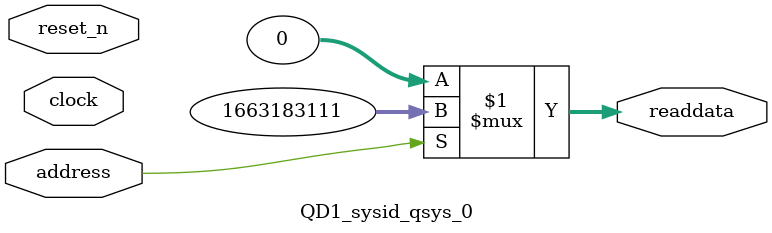
<source format=v>



// synthesis translate_off
`timescale 1ns / 1ps
// synthesis translate_on

// turn off superfluous verilog processor warnings 
// altera message_level Level1 
// altera message_off 10034 10035 10036 10037 10230 10240 10030 

module QD1_sysid_qsys_0 (
               // inputs:
                address,
                clock,
                reset_n,

               // outputs:
                readdata
             )
;

  output  [ 31: 0] readdata;
  input            address;
  input            clock;
  input            reset_n;

  wire    [ 31: 0] readdata;
  //control_slave, which is an e_avalon_slave
  assign readdata = address ? 1663183111 : 0;

endmodule




</source>
